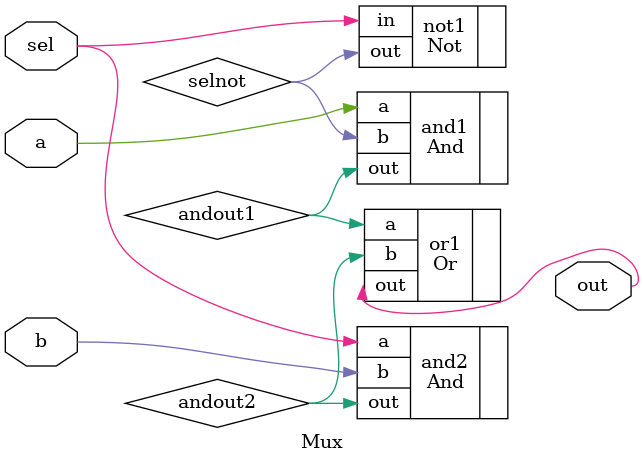
<source format=v>
module Mux (
  input a,
  input b,
  input sel,
  output reg out
);

  //Not(in=sel, out=selnot);
  Not not1 (
    .in(sel),
    .out(selnot)
  );

  //And(a=a, b=selnot, out=andout1);
  And and1 (
    .a(a),
    .b(selnot),
    .out(andout1)
  );

  //And(a=sel, b=b, out=andout2);
  And and2 (
    .a(sel),
    .b(b),
    .out(andout2)
  );

  //Or(a=andout1, b=andout2, out=out);
  Or or1 (
    .a(andout1),
    .b(andout2),
    .out(out)
  );

endmodule

</source>
